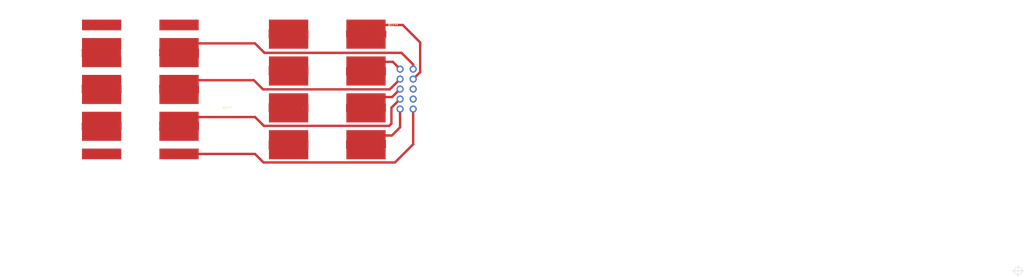
<source format=kicad_pcb>
(kicad_pcb (version 4) (host pcbnew 4.0.4-stable)

  (general
    (links 0)
    (no_connects 0)
    (area -18.263999 -7.78 411.948 108.164)
    (thickness 1.6)
    (drawings 12)
    (tracks 221)
    (zones 0)
    (modules 2)
    (nets 1)
  )

  (page A4)
  (layers
    (0 F.Cu signal)
    (31 B.Cu signal)
    (32 B.Adhes user)
    (33 F.Adhes user)
    (34 B.Paste user)
    (35 F.Paste user)
    (36 B.SilkS user)
    (37 F.SilkS user)
    (38 B.Mask user)
    (39 F.Mask user)
    (40 Dwgs.User user)
    (41 Cmts.User user)
    (42 Eco1.User user)
    (43 Eco2.User user)
    (44 Edge.Cuts user)
    (45 Margin user)
    (46 B.CrtYd user)
    (47 F.CrtYd user)
    (48 B.Fab user)
    (49 F.Fab user)
  )

  (setup
    (last_trace_width 0.25)
    (trace_clearance 0.2)
    (zone_clearance 0.508)
    (zone_45_only no)
    (trace_min 0.2)
    (segment_width 0.2)
    (edge_width 0.15)
    (via_size 0.6)
    (via_drill 0.4)
    (via_min_size 0.4)
    (via_min_drill 0.3)
    (uvia_size 0.3)
    (uvia_drill 0.1)
    (uvias_allowed no)
    (uvia_min_size 0.2)
    (uvia_min_drill 0.1)
    (pcb_text_width 0.3)
    (pcb_text_size 1.5 1.5)
    (mod_edge_width 0.15)
    (mod_text_size 1 1)
    (mod_text_width 0.15)
    (pad_size 1.524 1.524)
    (pad_drill 0.762)
    (pad_to_mask_clearance 0.2)
    (aux_axis_origin 0 0)
    (visible_elements 7FFFFFFF)
    (pcbplotparams
      (layerselection 0x00030_80000001)
      (usegerberextensions false)
      (excludeedgelayer true)
      (linewidth 0.100000)
      (plotframeref false)
      (viasonmask false)
      (mode 1)
      (useauxorigin false)
      (hpglpennumber 1)
      (hpglpenspeed 20)
      (hpglpendiameter 15)
      (hpglpenoverlay 2)
      (psnegative false)
      (psa4output false)
      (plotreference true)
      (plotvalue true)
      (plotinvisibletext false)
      (padsonsilk false)
      (subtractmaskfromsilk false)
      (outputformat 1)
      (mirror false)
      (drillshape 1)
      (scaleselection 1)
      (outputdirectory ""))
  )

  (net 0 "")

  (net_class Default "This is the default net class."
    (clearance 0.2)
    (trace_width 0.25)
    (via_dia 0.6)
    (via_drill 0.4)
    (uvia_dia 0.3)
    (uvia_drill 0.1)
  )

  (module USST-footprints:batt_wedge_smd (layer F.Cu) (tedit 5A6953F8) (tstamp 5A695DE7)
    (at 77.337 37.141)
    (fp_text reference REF** (at 0 0) (layer F.SilkS)
      (effects (font (size 1 1) (thickness 0.15)))
    )
    (fp_text value batt_wedge_smd (at 0 -0.5) (layer F.Fab)
      (effects (font (size 1 1) (thickness 0.15)))
    )
    (pad 1 smd rect (at -52.705 -34.925 90) (size 4.5 16.5) (layers F.Cu F.Paste F.Mask))
    (pad 2 smd rect (at -52.705 -27.175 90) (size 4.5 16.5) (layers F.Cu F.Paste F.Mask))
    (pad 3 smd rect (at -52.705 -19.425 90) (size 4.5 16.5) (layers F.Cu F.Paste F.Mask))
    (pad 4 smd rect (at -52.705 -11.675 90) (size 4.5 16.5) (layers F.Cu F.Paste F.Mask))
    (pad 5 smd rect (at -52.705 -3.925 90) (size 4.5 16.5) (layers F.Cu F.Paste F.Mask))
    (pad 6 smd rect (at -52.705 3.825 90) (size 4.5 16.5) (layers F.Cu F.Paste F.Mask))
    (pad 7 smd rect (at -52.705 11.575 90) (size 4.5 16.5) (layers F.Cu F.Paste F.Mask))
    (pad 8 smd rect (at -52.705 19.325 90) (size 4.5 16.5) (layers F.Cu F.Paste F.Mask))
    (pad 4 smd rect (at -20.205 -11.675 90) (size 4.5 16.5) (layers F.Cu F.Paste F.Mask))
    (pad 1 smd rect (at -20.205 -34.925 90) (size 4.5 16.5) (layers F.Cu F.Paste F.Mask))
    (pad 2 smd rect (at -20.205 -27.175 90) (size 4.5 16.5) (layers F.Cu F.Paste F.Mask))
    (pad 3 smd rect (at -20.205 -19.425 90) (size 4.5 16.5) (layers F.Cu F.Paste F.Mask))
    (pad 5 smd rect (at -20.205 -3.925 90) (size 4.5 16.5) (layers F.Cu F.Paste F.Mask))
    (pad 6 smd rect (at -20.205 3.825 90) (size 4.5 16.5) (layers F.Cu F.Paste F.Mask))
    (pad 7 smd rect (at -20.205 11.575 90) (size 4.5 16.5) (layers F.Cu F.Paste F.Mask))
    (pad 8 smd rect (at -20.205 19.325 90) (size 4.5 16.5) (layers F.Cu F.Paste F.Mask))
    (pad 3 smd rect (at 25.795 -19.425 90) (size 4.5 16.5) (layers F.Cu F.Paste F.Mask))
    (pad 4 smd rect (at 25.795 -11.675 90) (size 4.5 16.5) (layers F.Cu F.Paste F.Mask))
    (pad 1 smd rect (at 25.795 -34.925 90) (size 4.5 16.5) (layers F.Cu F.Paste F.Mask))
    (pad 2 smd rect (at 25.795 -27.175 90) (size 4.5 16.5) (layers F.Cu F.Paste F.Mask))
    (pad 8 smd rect (at 25.795 19.325 90) (size 4.5 16.5) (layers F.Cu F.Paste F.Mask))
    (pad 5 smd rect (at 25.795 -3.925 90) (size 4.5 16.5) (layers F.Cu F.Paste F.Mask))
    (pad 7 smd rect (at 25.795 11.575 90) (size 4.5 16.5) (layers F.Cu F.Paste F.Mask))
    (pad 6 smd rect (at 25.795 3.825 90) (size 4.5 16.5) (layers F.Cu F.Paste F.Mask))
    (pad 1 smd rect (at 58.295 -34.925 90) (size 4.5 16.5) (layers F.Cu F.Paste F.Mask))
    (pad 7 smd rect (at 58.295 11.575 90) (size 4.5 16.5) (layers F.Cu F.Paste F.Mask))
    (pad 4 smd rect (at 58.295 -11.675 90) (size 4.5 16.5) (layers F.Cu F.Paste F.Mask))
    (pad 2 smd rect (at 58.295 -27.175 90) (size 4.5 16.5) (layers F.Cu F.Paste F.Mask))
    (pad 3 smd rect (at 58.295 -19.425 90) (size 4.5 16.5) (layers F.Cu F.Paste F.Mask))
    (pad 5 smd rect (at 58.295 -3.925 90) (size 4.5 16.5) (layers F.Cu F.Paste F.Mask))
    (pad 6 smd rect (at 58.295 3.825 90) (size 4.5 16.5) (layers F.Cu F.Paste F.Mask))
    (pad 8 smd rect (at 58.295 19.325 90) (size 4.5 16.5) (layers F.Cu F.Paste F.Mask))
  )

  (module USST-footprints:BatteryConnector (layer F.Cu) (tedit 566B6018) (tstamp 5A696915)
    (at 149.948 37.592)
    (fp_text reference REF** (at -2.9455 -35.197) (layer F.SilkS)
      (effects (font (size 1 1) (thickness 0.15)))
    )
    (fp_text value BatteryConnector (at 1.182 -37.1655) (layer F.Fab)
      (effects (font (size 1 1) (thickness 0.15)))
    )
    (pad "" np_thru_hole circle (at 0 0) (size 3 3) (drill 1.8) (layers *.Cu))
    (pad "" np_thru_hole circle (at 5.5 0) (size 3 3) (drill 1.8) (layers *.Cu))
    (pad "" np_thru_hole circle (at 5.5 -4.2) (size 3 3) (drill 1.8) (layers *.Cu))
    (pad "" np_thru_hole circle (at 0 -4.2) (size 3 3) (drill 1.8) (layers *.Cu))
    (pad "" np_thru_hole circle (at 5.5 -8.4) (size 3 3) (drill 1.8) (layers *.Cu))
    (pad "" np_thru_hole circle (at 0 -8.4) (size 3 3) (drill 1.8) (layers *.Cu))
    (pad "" np_thru_hole circle (at 5.5 -12.6) (size 3 3) (drill 1.8) (layers *.Cu))
    (pad "" np_thru_hole circle (at 0 -12.6) (size 3 3) (drill 1.8) (layers *.Cu))
    (pad "" np_thru_hole circle (at 5.5 -16.8) (size 3 3) (drill 1.8) (layers *.Cu))
    (pad "" np_thru_hole circle (at 0 -16.8) (size 3 3) (drill 1.8) (layers *.Cu))
  )

  (dimension 3.048 (width 0.3) (layer B.Paste)
    (gr_text "3.048 mm" (at 166.45 6.096 270) (layer B.Paste)
      (effects (font (size 1.5 1.5) (thickness 0.3)))
    )
    (feature1 (pts (xy 143.764 7.62) (xy 167.8 7.62)))
    (feature2 (pts (xy 143.764 4.572) (xy 167.8 4.572)))
    (crossbar (pts (xy 165.1 4.572) (xy 165.1 7.62)))
    (arrow1a (pts (xy 165.1 7.62) (xy 164.513579 6.493496)))
    (arrow1b (pts (xy 165.1 7.62) (xy 165.686421 6.493496)))
    (arrow2a (pts (xy 165.1 4.572) (xy 164.513579 5.698504)))
    (arrow2b (pts (xy 165.1 4.572) (xy 165.686421 5.698504)))
  )
  (dimension 26.67 (width 0.3) (layer B.Paste)
    (gr_text "26.670 mm" (at 2.921 -6.176) (layer B.Paste)
      (effects (font (size 1.5 1.5) (thickness 0.3)))
    )
    (feature1 (pts (xy 16.256 0) (xy 16.256 -7.526)))
    (feature2 (pts (xy -10.414 0) (xy -10.414 -7.526)))
    (crossbar (pts (xy -10.414 -4.826) (xy 16.256 -4.826)))
    (arrow1a (pts (xy 16.256 -4.826) (xy 15.129496 -4.239579)))
    (arrow1b (pts (xy 16.256 -4.826) (xy 15.129496 -5.412421)))
    (arrow2a (pts (xy -10.414 -4.826) (xy -9.287496 -4.239579)))
    (arrow2b (pts (xy -10.414 -4.826) (xy -9.287496 -5.412421)))
  )
  (dimension 61.976 (width 0.3) (layer B.Paste)
    (gr_text "61.976 mm" (at -11.764 30.988 270) (layer B.Paste)
      (effects (font (size 1.5 1.5) (thickness 0.3)))
    )
    (feature1 (pts (xy 0 61.976) (xy -13.114 61.976)))
    (feature2 (pts (xy 0 0) (xy -13.114 0)))
    (crossbar (pts (xy -10.414 0) (xy -10.414 61.976)))
    (arrow1a (pts (xy -10.414 61.976) (xy -11.000421 60.849496)))
    (arrow1b (pts (xy -10.414 61.976) (xy -9.827579 60.849496)))
    (arrow2a (pts (xy -10.414 0) (xy -11.000421 1.126504)))
    (arrow2b (pts (xy -10.414 0) (xy -9.827579 1.126504)))
  )
  (dimension 3.302 (width 0.3) (layer B.Paste)
    (gr_text "3.302 mm" (at -2.62 60.325 270) (layer B.Paste)
      (effects (font (size 1.5 1.5) (thickness 0.3)))
    )
    (feature1 (pts (xy 16.764 61.976) (xy -3.97 61.976)))
    (feature2 (pts (xy 16.764 58.674) (xy -3.97 58.674)))
    (crossbar (pts (xy -1.27 58.674) (xy -1.27 61.976)))
    (arrow1a (pts (xy -1.27 61.976) (xy -1.856421 60.849496)))
    (arrow1b (pts (xy -1.27 61.976) (xy -0.683579 60.849496)))
    (arrow2a (pts (xy -1.27 58.674) (xy -1.856421 59.800504)))
    (arrow2b (pts (xy -1.27 58.674) (xy -0.683579 59.800504)))
  )
  (dimension 29.21 (width 0.3) (layer B.Paste)
    (gr_text "29.210 mm" (at 80.137 -6.176) (layer B.Paste)
      (effects (font (size 1.5 1.5) (thickness 0.3)))
    )
    (feature1 (pts (xy 94.742 0) (xy 94.742 -7.526)))
    (feature2 (pts (xy 65.532 0) (xy 65.532 -7.526)))
    (crossbar (pts (xy 65.532 -4.826) (xy 94.742 -4.826)))
    (arrow1a (pts (xy 94.742 -4.826) (xy 93.615496 -4.239579)))
    (arrow1b (pts (xy 94.742 -4.826) (xy 93.615496 -5.412421)))
    (arrow2a (pts (xy 65.532 -4.826) (xy 66.658504 -4.239579)))
    (arrow2b (pts (xy 65.532 -4.826) (xy 66.658504 -5.412421)))
  )
  (dimension 49.276 (width 0.3) (layer B.Paste)
    (gr_text "49.276 mm" (at 40.894 -6.176) (layer B.Paste)
      (effects (font (size 1.5 1.5) (thickness 0.3)))
    )
    (feature1 (pts (xy 65.532 0) (xy 65.532 -7.526)))
    (feature2 (pts (xy 16.256 0) (xy 16.256 -7.526)))
    (crossbar (pts (xy 16.256 -4.826) (xy 65.532 -4.826)))
    (arrow1a (pts (xy 65.532 -4.826) (xy 64.405496 -4.239579)))
    (arrow1b (pts (xy 65.532 -4.826) (xy 64.405496 -5.412421)))
    (arrow2a (pts (xy 16.256 -4.826) (xy 17.382504 -4.239579)))
    (arrow2b (pts (xy 16.256 -4.826) (xy 17.382504 -5.412421)))
  )
  (dimension 49.276 (width 0.3) (layer B.Paste)
    (gr_text "49.276 mm" (at 119.38 -6.43) (layer B.Paste)
      (effects (font (size 1.5 1.5) (thickness 0.3)))
    )
    (feature1 (pts (xy 144.018 0) (xy 144.018 -7.78)))
    (feature2 (pts (xy 94.742 0) (xy 94.742 -7.78)))
    (crossbar (pts (xy 94.742 -5.08) (xy 144.018 -5.08)))
    (arrow1a (pts (xy 144.018 -5.08) (xy 142.891496 -4.493579)))
    (arrow1b (pts (xy 144.018 -5.08) (xy 142.891496 -5.666421)))
    (arrow2a (pts (xy 94.742 -5.08) (xy 95.868504 -4.493579)))
    (arrow2b (pts (xy 94.742 -5.08) (xy 95.868504 -5.666421)))
  )
  (target plus (at 409.448 105.664) (size 5) (width 0.15) (layer Edge.Cuts))
  (gr_line (start 160.02 -0.508) (end 160 62) (layer B.Paste) (width 0.2) (tstamp 5A695E2B))
  (gr_line (start 0 62) (end 160 62) (layer B.Paste) (width 0.2) (tstamp 5A695E27))
  (gr_line (start 0 -0.508) (end 0 62) (layer B.Paste) (width 0.2))
  (gr_line (start 0 -0.5) (end 160 -0.5) (layer B.Paste) (width 0.2))

  (segment (start 155.448 37.592) (end 155.448 52.40568) (width 1) (layer F.Cu) (net 0))
  (segment (start 155.448 52.40568) (end 147.794999 60.058681) (width 1) (layer F.Cu) (net 0))
  (segment (start 147.794999 60.058681) (end 92.607603 60.058681) (width 1) (layer F.Cu) (net 0))
  (segment (start 92.607603 60.058681) (end 89.014922 56.466) (width 1) (layer F.Cu) (net 0))
  (segment (start 89.014922 56.466) (end 57.132 56.466) (width 1) (layer F.Cu) (net 0))
  (segment (start 57.132 40.966) (end 89.06536 40.966) (width 1) (layer F.Cu) (net 0))
  (segment (start 89.06536 40.966) (end 92.762383 44.663023) (width 1) (layer F.Cu) (net 0))
  (segment (start 92.762383 44.663023) (end 145.392521 44.663023) (width 1) (layer F.Cu) (net 0))
  (segment (start 145.392521 44.663023) (end 146.314017 43.741527) (width 1) (layer F.Cu) (net 0))
  (segment (start 146.314017 43.741527) (end 146.314017 37.025983) (width 1) (layer F.Cu) (net 0))
  (segment (start 146.314017 37.025983) (end 149.948 33.392) (width 1) (layer F.Cu) (net 0))
  (segment (start 149.948 24.992) (end 145.635247 29.304753) (width 1) (layer F.Cu) (net 0))
  (segment (start 145.635247 29.304753) (end 92.383894 29.304753) (width 1) (layer F.Cu) (net 0))
  (segment (start 92.383894 29.304753) (end 88.545141 25.466) (width 1) (layer F.Cu) (net 0))
  (segment (start 88.545141 25.466) (end 57.132 25.466) (width 1) (layer F.Cu) (net 0))
  (segment (start 155.448 20.792) (end 155.448 18.847112) (width 1) (layer F.Cu) (net 0))
  (segment (start 155.448 18.847112) (end 150.547372 13.946484) (width 1) (layer F.Cu) (net 0))
  (segment (start 150.547372 13.946484) (end 93.004057 13.946484) (width 1) (layer F.Cu) (net 0))
  (segment (start 93.004057 13.946484) (end 89.023573 9.966) (width 1) (layer F.Cu) (net 0))
  (segment (start 89.023573 9.966) (end 57.132 9.966) (width 1) (layer F.Cu) (net 0))
  (segment (start 135.632 48.716) (end 146.507601 48.716) (width 1) (layer F.Cu) (net 0))
  (segment (start 146.507601 48.716) (end 149.948 45.275601) (width 1) (layer F.Cu) (net 0))
  (segment (start 149.948 45.275601) (end 149.948 39.71332) (width 1) (layer F.Cu) (net 0))
  (segment (start 149.948 39.71332) (end 149.948 37.592) (width 1) (layer F.Cu) (net 0))
  (segment (start 149.948 29.192) (end 146.61001 32.52999) (width 1) (layer F.Cu) (net 0))
  (segment (start 146.61001 32.52999) (end 135.632 32.52999) (width 1) (layer F.Cu) (net 0))
  (segment (start 135.632 32.52999) (end 135.632 33.216) (width 1) (layer F.Cu) (net 0))
  (segment (start 149.948 20.792) (end 146.872 17.716) (width 1) (layer F.Cu) (net 0))
  (segment (start 146.872 17.716) (end 135.632 17.716) (width 1) (layer F.Cu) (net 0))
  (segment (start 155.448 24.992) (end 158.38009 22.05991) (width 1) (layer F.Cu) (net 0))
  (segment (start 158.38009 22.05991) (end 158.38009 9.541735) (width 1) (layer F.Cu) (net 0))
  (segment (start 158.38009 9.541735) (end 151.054355 2.216) (width 1) (layer F.Cu) (net 0))
  (segment (start 151.054355 2.216) (end 135.632 2.216) (width 1) (layer F.Cu) (net 0))
  (segment (start 58.016066 13.485736) (end 59.333901 12.167901) (width 1) (layer F.Cu) (net 0))
  (segment (start 59.333901 12.167901) (end 57.132 9.966) (width 1) (layer F.Cu) (net 0))
  (segment (start 60.899463 29.233463) (end 57.132 25.466) (width 1) (layer F.Cu) (net 0))
  (segment (start 135.80146 17.88546) (end 135.632 17.716) (width 1) (layer F.Cu) (net 0))
  (segment (start 61.136 13.97) (end 57.132 9.966) (width 1) (layer F.Cu) (net 0))
  (segment (start 51.816 44.958) (end 63.246 44.958) (width 2) (layer F.Cu) (net 0))
  (segment (start 51.308 44.45) (end 51.816 44.958) (width 2) (layer F.Cu) (net 0))
  (segment (start 52.324 43.434) (end 51.308 44.45) (width 2) (layer F.Cu) (net 0))
  (segment (start 64.516 43.434) (end 52.324 43.434) (width 2) (layer F.Cu) (net 0))
  (segment (start 64.516 45.974) (end 64.516 43.434) (width 2) (layer F.Cu) (net 0))
  (segment (start 64.262 46.228) (end 64.516 45.974) (width 2) (layer F.Cu) (net 0))
  (segment (start 49.784 46.228) (end 64.262 46.228) (width 2) (layer F.Cu) (net 0))
  (segment (start 49.784 43.434) (end 49.784 46.228) (width 2) (layer F.Cu) (net 0))
  (segment (start 52.252 40.966) (end 49.784 43.434) (width 2) (layer F.Cu) (net 0))
  (segment (start 57.132 40.966) (end 52.252 40.966) (width 2) (layer F.Cu) (net 0))
  (segment (start 18.542 44.45) (end 30.988 44.45) (width 2) (layer F.Cu) (net 0))
  (segment (start 19.558 43.434) (end 18.542 44.45) (width 2) (layer F.Cu) (net 0))
  (segment (start 32.004 43.434) (end 19.558 43.434) (width 2) (layer F.Cu) (net 0))
  (segment (start 32.004 45.974) (end 32.004 43.434) (width 2) (layer F.Cu) (net 0))
  (segment (start 17.272 45.974) (end 32.004 45.974) (width 2) (layer F.Cu) (net 0))
  (segment (start 17.272 43.688) (end 17.272 45.974) (width 2) (layer F.Cu) (net 0))
  (segment (start 19.994 40.966) (end 17.272 43.688) (width 2) (layer F.Cu) (net 0))
  (segment (start 24.632 40.966) (end 19.994 40.966) (width 2) (layer F.Cu) (net 0))
  (segment (start 63.246 29.21) (end 52.832 29.21) (width 2) (layer F.Cu) (net 0))
  (segment (start 63.246 30.48) (end 63.246 29.21) (width 2) (layer F.Cu) (net 0))
  (segment (start 51.308 30.48) (end 63.246 30.48) (width 2) (layer F.Cu) (net 0))
  (segment (start 51.308 28.194) (end 51.308 30.48) (width 2) (layer F.Cu) (net 0))
  (segment (start 64.516 28.194) (end 51.308 28.194) (width 2) (layer F.Cu) (net 0))
  (segment (start 64.516 30.48) (end 64.516 28.194) (width 2) (layer F.Cu) (net 0))
  (segment (start 61.78 33.216) (end 64.516 30.48) (width 2) (layer F.Cu) (net 0))
  (segment (start 57.132 33.216) (end 61.78 33.216) (width 2) (layer F.Cu) (net 0))
  (segment (start 49.784 27.94) (end 49.784 30.734) (width 2) (layer F.Cu) (net 0))
  (segment (start 52.258 25.466) (end 49.784 27.94) (width 2) (layer F.Cu) (net 0))
  (segment (start 57.132 25.466) (end 52.258 25.466) (width 2) (layer F.Cu) (net 0))
  (segment (start 18.288 28.702) (end 30.48 28.702) (width 2) (layer F.Cu) (net 0))
  (segment (start 19.05 27.94) (end 18.288 28.702) (width 2) (layer F.Cu) (net 0))
  (segment (start 32.004 27.94) (end 19.05 27.94) (width 2) (layer F.Cu) (net 0))
  (segment (start 32.004 30.48) (end 32.004 27.94) (width 2) (layer F.Cu) (net 0))
  (segment (start 17.272 30.48) (end 32.004 30.48) (width 2) (layer F.Cu) (net 0))
  (segment (start 17.272 27.686) (end 17.272 30.48) (width 2) (layer F.Cu) (net 0))
  (segment (start 19.492 25.466) (end 17.272 27.686) (width 2) (layer F.Cu) (net 0))
  (segment (start 24.632 25.466) (end 19.492 25.466) (width 2) (layer F.Cu) (net 0))
  (segment (start 19.558 14.224) (end 30.734 14.224) (width 2) (layer F.Cu) (net 0))
  (segment (start 19.05 13.716) (end 19.558 14.224) (width 2) (layer F.Cu) (net 0))
  (segment (start 19.05 12.446) (end 19.05 13.716) (width 2) (layer F.Cu) (net 0))
  (segment (start 24.632 17.716) (end 24.632 13.466) (width 2) (layer F.Cu) (net 0))
  (segment (start 24.632 13.466) (end 23.612 12.446) (width 2) (layer F.Cu) (net 0))
  (segment (start 23.612 12.446) (end 19.05 12.446) (width 2) (layer F.Cu) (net 0))
  (segment (start 30.226 15.24) (end 31.75 15.24) (width 2) (layer F.Cu) (net 0))
  (segment (start 31.75 15.24) (end 31.75 12.446) (width 2) (layer F.Cu) (net 0))
  (segment (start 31.75 12.446) (end 19.05 12.446) (width 2) (layer F.Cu) (net 0))
  (segment (start 19.05 12.446) (end 18.288 13.208) (width 2) (layer F.Cu) (net 0))
  (segment (start 18.288 13.208) (end 30.226 13.208) (width 2) (layer F.Cu) (net 0))
  (segment (start 17.272 15.24) (end 30.226 15.24) (width 2) (layer F.Cu) (net 0))
  (segment (start 24.632 17.716) (end 27.75 17.716) (width 2) (layer F.Cu) (net 0))
  (segment (start 27.75 17.716) (end 30.226 15.24) (width 2) (layer F.Cu) (net 0))
  (segment (start 17.272 12.7) (end 17.272 15.24) (width 2) (layer F.Cu) (net 0))
  (segment (start 20.006 9.966) (end 17.272 12.7) (width 2) (layer F.Cu) (net 0))
  (segment (start 24.632 9.966) (end 20.006 9.966) (width 2) (layer F.Cu) (net 0))
  (segment (start 62.738 13.97) (end 50.8 13.97) (width 2) (layer F.Cu) (net 0))
  (segment (start 63.246 14.478) (end 62.738 13.97) (width 2) (layer F.Cu) (net 0))
  (segment (start 62.23 13.462) (end 63.246 14.478) (width 2) (layer F.Cu) (net 0))
  (segment (start 62.23 12.7) (end 62.23 13.462) (width 2) (layer F.Cu) (net 0))
  (segment (start 49.784 12.7) (end 62.23 12.7) (width 2) (layer F.Cu) (net 0))
  (segment (start 49.784 14.986) (end 49.784 12.7) (width 2) (layer F.Cu) (net 0))
  (segment (start 50.292 15.494) (end 49.784 14.986) (width 2) (layer F.Cu) (net 0))
  (segment (start 64.516 15.494) (end 50.292 15.494) (width 2) (layer F.Cu) (net 0))
  (segment (start 64.516 13.97) (end 64.516 15.494) (width 2) (layer F.Cu) (net 0))
  (segment (start 64.516 12.7) (end 64.516 13.97) (width 2) (layer F.Cu) (net 0))
  (segment (start 63.246 12.7) (end 64.516 13.97) (width 2) (layer F.Cu) (net 0))
  (segment (start 61.782 9.966) (end 64.516 12.7) (width 2) (layer F.Cu) (net 0))
  (segment (start 57.132 9.966) (end 61.782 9.966) (width 2) (layer F.Cu) (net 0))
  (segment (start 97.028 5.842) (end 108.966 5.842) (width 2) (layer F.Cu) (net 0))
  (segment (start 98.044 4.826) (end 97.028 5.842) (width 2) (layer F.Cu) (net 0))
  (segment (start 110.49 4.826) (end 98.044 4.826) (width 2) (layer F.Cu) (net 0))
  (segment (start 110.49 7.62) (end 110.49 4.826) (width 2) (layer F.Cu) (net 0))
  (segment (start 96.012 7.62) (end 110.49 7.62) (width 2) (layer F.Cu) (net 0))
  (segment (start 95.758 7.366) (end 96.012 7.62) (width 2) (layer F.Cu) (net 0))
  (segment (start 95.758 4.572) (end 95.758 7.366) (width 2) (layer F.Cu) (net 0))
  (segment (start 98.114 2.216) (end 95.758 4.572) (width 2) (layer F.Cu) (net 0))
  (segment (start 103.132 2.216) (end 98.114 2.216) (width 2) (layer F.Cu) (net 0))
  (segment (start 96.774 21.082) (end 109.474 21.844) (width 2) (layer F.Cu) (net 0))
  (segment (start 108.712 21.082) (end 109.474 21.844) (width 2) (layer F.Cu) (net 0))
  (segment (start 97.536 20.32) (end 96.774 21.082) (width 2) (layer F.Cu) (net 0))
  (segment (start 110.49 20.32) (end 97.536 20.32) (width 2) (layer F.Cu) (net 0))
  (segment (start 110.49 22.86) (end 110.49 20.32) (width 2) (layer F.Cu) (net 0))
  (segment (start 95.758 22.86) (end 110.49 22.86) (width 2) (layer F.Cu) (net 0))
  (segment (start 95.758 20.066) (end 95.758 22.86) (width 2) (layer F.Cu) (net 0))
  (segment (start 98.108 17.716) (end 95.758 20.066) (width 2) (layer F.Cu) (net 0))
  (segment (start 103.132 17.716) (end 98.108 17.716) (width 2) (layer F.Cu) (net 0))
  (segment (start 96.774 36.576) (end 108.712 36.576) (width 2) (layer F.Cu) (net 0))
  (segment (start 97.536 35.814) (end 96.774 36.576) (width 2) (layer F.Cu) (net 0))
  (segment (start 110.49 35.814) (end 97.536 35.814) (width 2) (layer F.Cu) (net 0))
  (segment (start 110.49 38.354) (end 110.49 35.814) (width 2) (layer F.Cu) (net 0))
  (segment (start 95.758 38.354) (end 110.49 38.354) (width 2) (layer F.Cu) (net 0))
  (segment (start 95.758 35.56) (end 95.758 38.354) (width 2) (layer F.Cu) (net 0))
  (segment (start 98.102 33.216) (end 95.758 35.56) (width 2) (layer F.Cu) (net 0))
  (segment (start 103.132 33.216) (end 98.102 33.216) (width 2) (layer F.Cu) (net 0))
  (segment (start 97.536 52.578) (end 109.22 52.578) (width 2) (layer F.Cu) (net 0))
  (segment (start 97.028 52.07) (end 97.536 52.578) (width 2) (layer F.Cu) (net 0))
  (segment (start 98.044 51.054) (end 97.028 52.07) (width 2) (layer F.Cu) (net 0))
  (segment (start 110.49 51.054) (end 98.044 51.054) (width 2) (layer F.Cu) (net 0))
  (segment (start 110.49 53.848) (end 110.49 51.054) (width 2) (layer F.Cu) (net 0))
  (segment (start 110.236 54.102) (end 110.49 53.848) (width 2) (layer F.Cu) (net 0))
  (segment (start 95.758 54.102) (end 110.236 54.102) (width 2) (layer F.Cu) (net 0))
  (segment (start 95.758 51.308) (end 95.758 54.102) (width 2) (layer F.Cu) (net 0))
  (segment (start 98.35 48.716) (end 95.758 51.308) (width 2) (layer F.Cu) (net 0))
  (segment (start 103.132 48.716) (end 98.35 48.716) (width 2) (layer F.Cu) (net 0))
  (segment (start 129.794 52.324) (end 141.986 52.324) (width 2) (layer F.Cu) (net 0))
  (segment (start 129.54 52.07) (end 129.794 52.324) (width 2) (layer F.Cu) (net 0))
  (segment (start 130.556 51.054) (end 129.54 52.07) (width 2) (layer F.Cu) (net 0))
  (segment (start 143.002 51.054) (end 130.556 51.054) (width 2) (layer F.Cu) (net 0))
  (segment (start 143.002 53.594) (end 143.002 51.054) (width 2) (layer F.Cu) (net 0))
  (segment (start 142.748 53.848) (end 143.002 53.594) (width 2) (layer F.Cu) (net 0))
  (segment (start 128.27 53.848) (end 142.748 53.848) (width 2) (layer F.Cu) (net 0))
  (segment (start 128.27 51.308) (end 128.27 53.848) (width 2) (layer F.Cu) (net 0))
  (segment (start 130.862 48.716) (end 128.27 51.308) (width 2) (layer F.Cu) (net 0))
  (segment (start 135.632 48.716) (end 130.862 48.716) (width 2) (layer F.Cu) (net 0))
  (segment (start 135.632 48.716) (end 131.116 48.716) (width 2) (layer F.Cu) (net 0))
  (segment (start 129.54 36.576) (end 141.732 37.084) (width 2) (layer F.Cu) (net 0))
  (segment (start 140.97 36.576) (end 141.478 37.084) (width 2) (layer F.Cu) (net 0))
  (segment (start 141.478 37.084) (end 141.732 37.084) (width 2) (layer F.Cu) (net 0))
  (segment (start 130.302 35.814) (end 129.54 36.576) (width 2) (layer F.Cu) (net 0))
  (segment (start 143.002 35.814) (end 130.302 35.814) (width 2) (layer F.Cu) (net 0))
  (segment (start 143.002 38.354) (end 143.002 35.814) (width 2) (layer F.Cu) (net 0))
  (segment (start 128.27 38.354) (end 143.002 38.354) (width 2) (layer F.Cu) (net 0))
  (segment (start 128.27 35.814) (end 128.27 38.354) (width 2) (layer F.Cu) (net 0))
  (segment (start 130.868 33.216) (end 128.27 35.814) (width 2) (layer F.Cu) (net 0))
  (segment (start 135.632 33.216) (end 130.868 33.216) (width 2) (layer F.Cu) (net 0))
  (segment (start 127.762 23.114) (end 128.524 23.114) (width 1) (layer F.Cu) (net 0))
  (segment (start 128.524 23.114) (end 143.51 23.114) (width 1) (layer F.Cu) (net 0))
  (segment (start 142.494 21.844) (end 129.794 21.844) (width 2) (layer F.Cu) (net 0))
  (segment (start 129.794 21.844) (end 128.524 23.114) (width 2) (layer F.Cu) (net 0))
  (segment (start 138.872 25.466) (end 142.494 21.844) (width 2) (layer F.Cu) (net 0))
  (segment (start 135.632 25.466) (end 138.872 25.466) (width 2) (layer F.Cu) (net 0))
  (segment (start 135.632 22.352) (end 135.632 25.466) (width 3) (layer F.Cu) (net 0))
  (segment (start 135.632 17.716) (end 135.632 22.352) (width 2) (layer F.Cu) (net 0))
  (segment (start 134.5 22.098) (end 128.524 22.098) (width 1) (layer F.Cu) (net 0))
  (segment (start 135.632 17.716) (end 135.632 20.966) (width 1) (layer F.Cu) (net 0))
  (segment (start 135.632 20.966) (end 134.5 22.098) (width 1) (layer F.Cu) (net 0))
  (segment (start 142.748 21.082) (end 128.27 21.336) (width 1) (layer F.Cu) (net 0))
  (segment (start 128.778 21.082) (end 128.524 21.336) (width 1) (layer F.Cu) (net 0))
  (segment (start 128.524 21.336) (end 128.27 21.336) (width 1) (layer F.Cu) (net 0))
  (segment (start 129.286 21.082) (end 142.748 21.082) (width 1) (layer F.Cu) (net 0))
  (segment (start 128.524 20.32) (end 129.286 21.082) (width 1) (layer F.Cu) (net 0))
  (segment (start 143.51 20.32) (end 128.524 20.32) (width 1) (layer F.Cu) (net 0))
  (segment (start 143.51 23.114) (end 143.51 20.32) (width 1) (layer F.Cu) (net 0))
  (segment (start 127.762 20.32) (end 127.762 23.114) (width 1) (layer F.Cu) (net 0))
  (segment (start 130.366 17.716) (end 127.762 20.32) (width 1) (layer F.Cu) (net 0))
  (segment (start 135.632 17.716) (end 130.366 17.716) (width 1) (layer F.Cu) (net 0))
  (segment (start 142.748 6.604) (end 144.018 5.334) (width 0.5) (layer F.Cu) (net 0))
  (segment (start 142.494 6.604) (end 142.748 6.604) (width 0.5) (layer F.Cu) (net 0))
  (segment (start 135.632 2.216) (end 141.408 2.216) (width 0.25) (layer F.Cu) (net 0))
  (segment (start 141.408 2.216) (end 144.018 4.826) (width 0.25) (layer F.Cu) (net 0))
  (segment (start 144.018 4.826) (end 144.018 7.62) (width 0.25) (layer F.Cu) (net 0))
  (segment (start 144.018 7.62) (end 141.986 5.588) (width 0.25) (layer F.Cu) (net 0))
  (segment (start 141.986 5.588) (end 141.986 5.08) (width 0.25) (layer F.Cu) (net 0))
  (segment (start 128.778 5.08) (end 128.778 7.112) (width 3) (layer F.Cu) (net 0))
  (segment (start 131.642 2.216) (end 128.778 5.08) (width 3) (layer F.Cu) (net 0))
  (segment (start 135.632 2.216) (end 131.642 2.216) (width 3) (layer F.Cu) (net 0))
  (segment (start 138.938 7.112) (end 141.986 7.112) (width 3) (layer F.Cu) (net 0))
  (segment (start 142.494 6.604) (end 141.986 7.112) (width 3) (layer F.Cu) (net 0))
  (segment (start 142.494 5.588) (end 142.494 6.604) (width 3) (layer F.Cu) (net 0))
  (segment (start 141.986 5.08) (end 142.494 5.588) (width 3) (layer F.Cu) (net 0))
  (segment (start 138.176 5.08) (end 141.986 5.08) (width 3) (layer F.Cu) (net 0))
  (segment (start 135.632 7.624) (end 138.176 5.08) (width 3) (layer F.Cu) (net 0))
  (segment (start 135.632 9.966) (end 135.632 7.624) (width 3) (layer F.Cu) (net 0))
  (segment (start 130.302 7.366) (end 133.032 7.366) (width 3) (layer F.Cu) (net 0))
  (segment (start 133.032 7.366) (end 135.632 9.966) (width 3) (layer F.Cu) (net 0))
  (segment (start 130.302 4.572) (end 130.302 7.366) (width 3) (layer F.Cu) (net 0))
  (segment (start 130.302 4.572) (end 130.302 5.08) (width 3) (layer F.Cu) (net 0))
  (segment (start 133.35 5.842) (end 132.588 5.08) (width 3) (layer F.Cu) (net 0))
  (segment (start 132.588 5.08) (end 130.302 5.08) (width 3) (layer F.Cu) (net 0))
  (segment (start 135.632 2.216) (end 132.658 2.216) (width 3) (layer F.Cu) (net 0))
  (segment (start 132.658 2.216) (end 130.302 4.572) (width 3) (layer F.Cu) (net 0))
  (segment (start 57.132 40.966) (end 57.132 48.716) (width 3) (layer F.Cu) (net 0))
  (segment (start 24.632 40.966) (end 24.632 48.716) (width 3) (layer F.Cu) (net 0))
  (segment (start 57.132 25.466) (end 57.132 33.216) (width 3) (layer F.Cu) (net 0))
  (segment (start 24.632 25.466) (end 24.632 33.216) (width 3) (layer F.Cu) (net 0))
  (segment (start 24.632 9.966) (end 24.632 17.716) (width 3) (layer F.Cu) (net 0))
  (segment (start 57.132 9.966) (end 57.132 17.716) (width 3) (layer F.Cu) (net 0))
  (segment (start 135.632 48.716) (end 135.632 56.466) (width 3) (layer F.Cu) (net 0))
  (segment (start 103.132 48.716) (end 103.132 56.466) (width 3) (layer F.Cu) (net 0))
  (segment (start 135.632 33.216) (end 135.632 40.966) (width 3) (layer F.Cu) (net 0))
  (segment (start 103.132 33.216) (end 103.132 40.966) (width 3) (layer F.Cu) (net 0))
  (segment (start 103.132 17.716) (end 103.132 25.466) (width 3) (layer F.Cu) (net 0))
  (segment (start 135.632 2.216) (end 135.632 9.966) (width 3) (layer F.Cu) (net 0))
  (segment (start 103.132 2.216) (end 103.132 9.966) (width 3) (layer F.Cu) (net 0))

)

</source>
